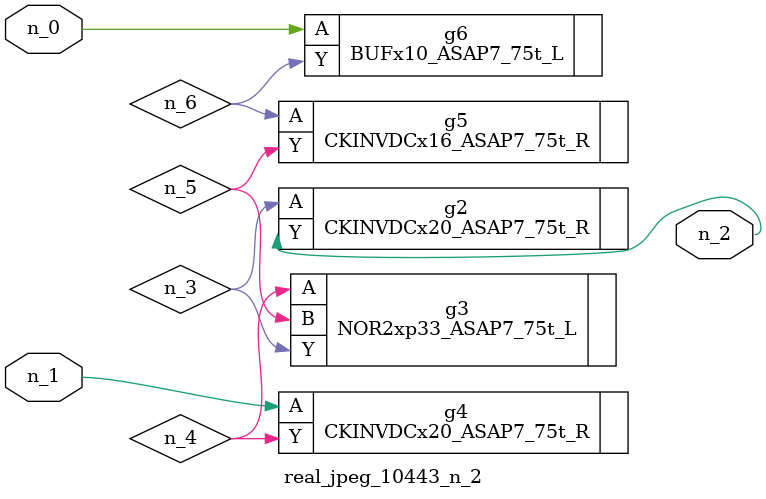
<source format=v>
module real_jpeg_10443_n_2 (n_1, n_0, n_2);

input n_1;
input n_0;

output n_2;

wire n_5;
wire n_4;
wire n_6;
wire n_3;

BUFx10_ASAP7_75t_L g6 ( 
.A(n_0),
.Y(n_6)
);

CKINVDCx20_ASAP7_75t_R g4 ( 
.A(n_1),
.Y(n_4)
);

CKINVDCx20_ASAP7_75t_R g2 ( 
.A(n_3),
.Y(n_2)
);

NOR2xp33_ASAP7_75t_L g3 ( 
.A(n_4),
.B(n_5),
.Y(n_3)
);

CKINVDCx16_ASAP7_75t_R g5 ( 
.A(n_6),
.Y(n_5)
);


endmodule
</source>
